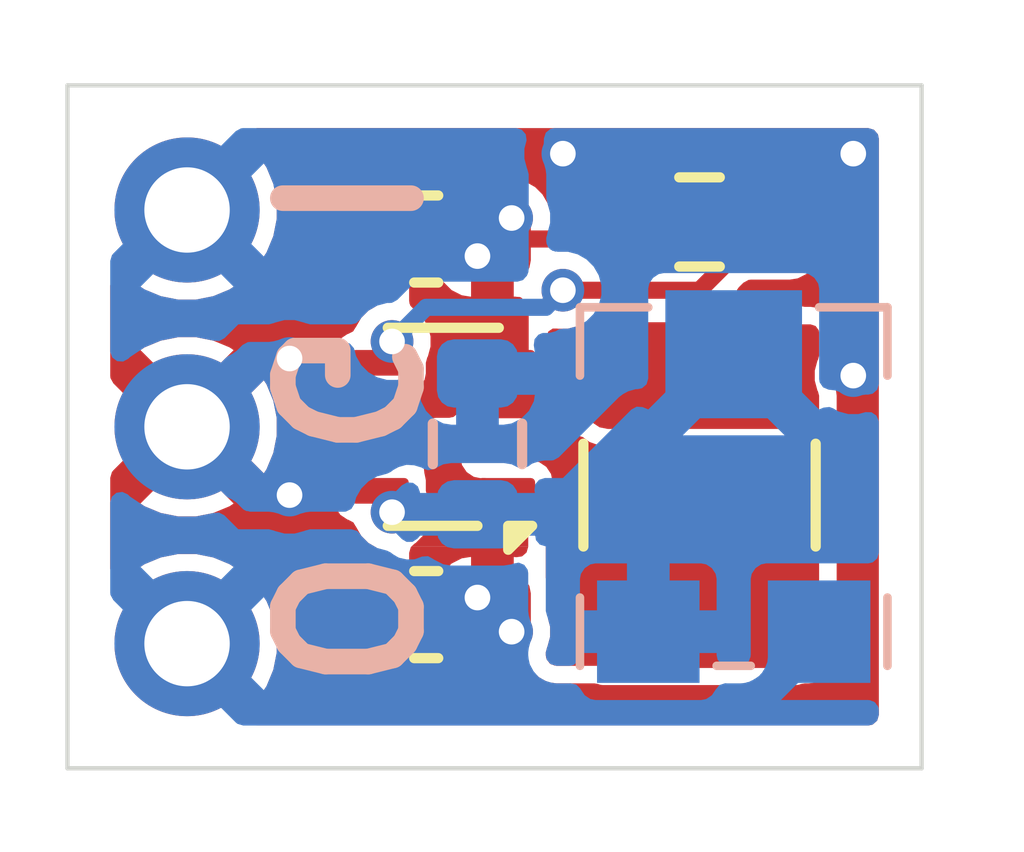
<source format=kicad_pcb>
(kicad_pcb (version 20241229) (generator "pcbnew") (generator_version "9.0")
  (layers (0 "F.Cu" signal) (2 "B.Cu" signal) (13 "F.Paste" user) (15 "B.Paste" user) (5 "F.SilkS" user "F.Silkscreen") (7 "B.SilkS" user "B.Silkscreen") (1 "F.Mask" user) (3 "B.Mask" user) (25 "Edge.Cuts" user))
  (net 0 "")
  (net 1 "GND")
  (net 2 "Vin")
  (net 3 "Vout")
  (net 4 "EN")
  (net 5 "FB")
  (net 6 "Net-(U1-LX2)")
  (net 7 "Net-(U1-LX1)")
  (footprint "Capacitor_SMD:C_0603_1608Metric" (layer "F.Cu") (at 102.8 102.2 180)
    (property "Reference" "C2" (hide yes))
    (property "Value" "22u" (hide yes))
    (fp_line (start -0.14058 0.51) (end 0.14058 0.51) (stroke (width 0.12)) (layer "F.SilkS"))
    (fp_line (start -0.14058 -0.51) (end 0.14058 -0.51) (stroke (width 0.12)) (layer "F.SilkS"))
    (pad "1" smd roundrect (at -0.775 0 180) (size 0.9 0.95) (layers "F.Cu" "F.Mask" "F.Paste") (net 3 "Vout"))
    (pad "2" smd roundrect (at 0.775 0 180) (size 0.9 0.95) (layers "F.Cu" "F.Mask" "F.Paste") (net 1 "GND"))
  )
  (footprint "Inductor_SMD:L_1210_3225Metric" (layer "F.Cu") (at 106 100.8 -90)
    (property "Reference" "L1" (hide yes))
    (property "Value" "1u" (hide yes))
    (fp_line (start -0.602064 1.36) (end 0.602064 1.36) (stroke (width 0.12)) (layer "F.SilkS"))
    (fp_line (start -0.602064 -1.36) (end 0.602064 -1.36) (stroke (width 0.12)) (layer "F.SilkS"))
    (pad "1" smd roundrect (at -1.4 0 270) (size 1.25 2.65) (layers "F.Cu" "F.Mask" "F.Paste") (roundrect_rratio 0.2) (net 7 "Net-(U1-LX1)"))
    (pad "2" smd roundrect (at 1.4 0 270) (size 1.25 2.65) (layers "F.Cu" "F.Mask" "F.Paste") (roundrect_rratio 0.2) (net 6 "Net-(U1-LX2)"))
  )
  (footprint "Resistor_SMD:R_0603_1608Metric" (layer "F.Cu") (at 106 97.6)
    (property "Reference" "R1" (hide yes))
    (property "Value" "10k" (hide yes))
    (fp_line (start -0.237258 -0.5225) (end 0.237258 -0.5225) (stroke (width 0.12)) (layer "F.SilkS"))
    (fp_line (start -0.237258 0.5225) (end 0.237258 0.5225) (stroke (width 0.12)) (layer "F.SilkS"))
    (pad "1" smd roundrect (at -0.825 0) (size 0.8 0.95) (layers "F.Cu" "F.Mask" "F.Paste") (net 2 "Vin"))
    (pad "2" smd roundrect (at 0.825 0) (size 0.8 0.95) (layers "F.Cu" "F.Mask" "F.Paste") (net 4 "EN"))
  )
  (footprint "Package_TO_SOT_SMD:SOT-583-8" (layer "F.Cu") (at 103 100 180)
    (property "Reference" "U1" (hide yes))
    (property "Value" "TPS631000" (hide yes))
    (fp_line (start 0.65 1.16) (end -0.65 1.16) (stroke (width 0.12)) (layer "F.SilkS"))
    (fp_line (start 0.65 -1.16) (end -0.4 -1.16) (stroke (width 0.12)) (layer "F.SilkS"))
    (fp_poly (pts (xy -0.76 -1.16) (xy -1.04 -1.16) (xy -0.76 -1.44) (xy -0.76 -1.16)) (stroke (width 0.12)) (fill yes) (layer "F.SilkS"))
    (pad "1" smd roundrect (at -0.74 -0.75 180) (size 0.67 0.3) (layers "F.Cu" "F.Mask" "F.Paste") (roundrect_rratio 0.1666666667) (net 3 "Vout"))
    (pad "2" smd roundrect (at -0.74 -0.25 180) (size 0.67 0.3) (layers "F.Cu" "F.Mask" "F.Paste") (roundrect_rratio 0.1666666667) (net 6 "Net-(U1-LX2)"))
    (pad "3" smd roundrect (at -0.74 0.25 180) (size 0.67 0.3) (layers "F.Cu" "F.Mask" "F.Paste") (roundrect_rratio 0.1666666667) (net 7 "Net-(U1-LX1)"))
    (pad "4" smd roundrect (at -0.74 0.75 180) (size 0.67 0.3) (layers "F.Cu" "F.Mask" "F.Paste") (roundrect_rratio 0.1666666667) (net 2 "Vin"))
    (pad "5" smd roundrect (at 0.74 0.75 180) (size 0.67 0.3) (layers "F.Cu" "F.Mask" "F.Paste") (roundrect_rratio 0.1666666667) (net 4 "EN"))
    (pad "6" smd roundrect (at 0.74 0.25 180) (size 0.67 0.3) (layers "F.Cu" "F.Mask" "F.Paste") (roundrect_rratio 0.1666666667) (net 2 "Vin"))
    (pad "7" smd roundrect (at 0.74 -0.25 180) (size 0.67 0.3) (layers "F.Cu" "F.Mask" "F.Paste") (roundrect_rratio 0.1666666667) (net 1 "GND"))
    (pad "8" smd roundrect (at 0.74 -0.75 180) (size 0.67 0.3) (layers "F.Cu" "F.Mask" "F.Paste") (roundrect_rratio 0.1666666667) (net 5 "FB"))
  )
  (footprint "Capacitor_SMD:C_0603_1608Metric" (layer "F.Cu") (at 102.8 97.8 180)
    (property "Reference" "C1" (hide yes))
    (property "Value" "22u" (hide yes))
    (fp_line (start -0.14058 0.51) (end 0.14058 0.51) (stroke (width 0.12)) (layer "F.SilkS"))
    (fp_line (start -0.14058 -0.51) (end 0.14058 -0.51) (stroke (width 0.12)) (layer "F.SilkS"))
    (pad "1" smd roundrect (at -0.775 0 180) (size 0.9 0.95) (layers "F.Cu" "F.Mask" "F.Paste") (net 2 "Vin"))
    (pad "2" smd roundrect (at 0.775 0 180) (size 0.9 0.95) (layers "F.Cu" "F.Mask" "F.Paste") (net 1 "GND"))
  )
  (footprint "Connector_PinHeader_2.54mm:PinHeader_1x03_P2.54mm_Vertical" (layer "B.Cu") (at 100 97.46 180)
    (property "Reference" "J1" (hide yes))
    (property "Value" "POW" (hide yes))
    (pad "1" thru_hole circle (at 0 0 180) (size 1.7 1.7) (drill 1) (layers "*.Cu" "*.Mask") (net 2 "Vin"))
    (pad "2" thru_hole circle (at 0 -2.54 180) (size 1.7 1.7) (drill 1) (layers "*.Cu" "*.Mask") (net 1 "GND"))
    (pad "3" thru_hole circle (at 0 -5.08 180) (size 1.7 1.7) (drill 1) (layers "*.Cu" "*.Mask") (net 3 "Vout"))
  )
  (footprint "Resistor_SMD:R_0603_1608Metric" (layer "B.Cu") (at 103.4 100.2 90)
    (property "Reference" "R2" (hide yes))
    (property "Value" "1k" (hide yes))
    (fp_line (start -0.237258 -0.5225) (end 0.237258 -0.5225) (stroke (width 0.12)) (layer "B.SilkS"))
    (fp_line (start -0.237258 0.5225) (end 0.237258 0.5225) (stroke (width 0.12)) (layer "B.SilkS"))
    (pad "1" smd roundrect (at -0.825 0 90) (size 0.8 0.95) (layers "B.Cu" "B.Mask" "B.Paste") (net 5 "FB"))
    (pad "2" smd roundrect (at 0.825 0 90) (size 0.8 0.95) (layers "B.Cu" "B.Mask" "B.Paste") (net 1 "GND"))
  )
  (footprint "Library:TSR-C3305" (layer "B.Cu") (at 106.4 100.6 180)
    (property "Reference" "RV1" (hide yes))
    (property "Value" "10k" (hide yes))
    (fp_line (start 1.8 2) (end 1.8 1.2) (stroke (width 0.1)) (layer "B.SilkS"))
    (fp_line (start 1.8 -2.2) (end 1.8 -1.4) (stroke (width 0.1)) (layer "B.SilkS"))
    (fp_line (start 1 2) (end 1.8 2) (stroke (width 0.1)) (layer "B.SilkS"))
    (fp_line (start -0.2 -2.2) (end 0.2 -2.2) (stroke (width 0.1)) (layer "B.SilkS"))
    (fp_line (start -1 2) (end -1.8 2) (stroke (width 0.1)) (layer "B.SilkS"))
    (fp_line (start -1.8 2) (end -1.8 1.2) (stroke (width 0.1)) (layer "B.SilkS"))
    (fp_line (start -1.8 -2.2) (end -1.8 -1.4) (stroke (width 0.1)) (layer "B.SilkS"))
    (pad "1" smd rect (at -1 -1.8 180) (size 1.2 1.2) (layers "B.Cu" "B.Mask" "B.Paste") (net 3 "Vout"))
    (pad "2" smd rect (at 0 1.45 180) (size 1.6 1.5) (layers "B.Cu" "B.Mask" "B.Paste") (net 5 "FB"))
    (pad "3" smd rect (at 1 -1.8 180) (size 1.2 1.2) (layers "B.Cu" "B.Mask" "B.Paste") (net 5 "FB"))
  )
  (gr_line (start 98.6 96) (end 98.6 104) (stroke (width 0.05)) (layer "Edge.Cuts"))
  (gr_line (start 108.6 104) (end 108.6 96) (stroke (width 0.05)) (layer "Edge.Cuts"))
  (gr_line (start 108.6 96) (end 98.6 96) (stroke (width 0.05)) (layer "Edge.Cuts"))
  (gr_line (start 98.6 104) (end 108.6 104) (stroke (width 0.05)) (layer "Edge.Cuts"))
  (gr_text "O G I" (at 101.8 100 270) (layer "B.SilkS") (effects (font (size 1.5 1.5) (thickness 0.3) (bold yes)) (justify mirror)))
  (via (at 104.4 96.8) (size 0.5) (drill 0.3) (layers "F.Cu" "B.Cu") (net 1))
  (via (at 101.2 99.2) (size 0.5) (drill 0.3) (layers "F.Cu" "B.Cu") (net 1))
  (via (at 107.8 96.8) (size 0.5) (drill 0.3) (layers "F.Cu" "B.Cu") (net 1))
  (via (at 101.2 100.8) (size 0.5) (drill 0.3) (layers "F.Cu" "B.Cu") (net 1))
  (via (at 107.8 99.4) (size 0.5) (drill 0.3) (layers "F.Cu" "B.Cu") (net 1))
  (segment (start 103.575 97.8) (end 104.975 97.8) (width 0.2) (layer "F.Cu") (net 2))
  (segment (start 104.975 97.8) (end 105.175 97.6) (width 0.2) (layer "F.Cu") (net 2))
  (via (at 103.4 98) (size 0.5) (drill 0.3) (layers "F.Cu" "B.Cu") (net 2))
  (via (at 103.8 97.554031) (size 0.5) (drill 0.3) (layers "F.Cu" "B.Cu") (net 2))
  (via (at 103.8 102.4) (size 0.5) (drill 0.3) (layers "F.Cu" "B.Cu") (net 3))
  (via (at 103.4 102) (size 0.5) (drill 0.3) (layers "F.Cu" "B.Cu") (net 3))
  (segment (start 107.4 102.4) (end 106.6 103.2) (width 0.2) (layer "B.Cu") (net 3))
  (segment (start 106.825 97.6) (end 106.8 97.6) (width 0.2) (layer "F.Cu") (net 4))
  (segment (start 102.4 99) (end 102.26 99.14) (width 0.2) (layer "F.Cu") (net 4))
  (segment (start 106.8 97.6) (end 106 98.4) (width 0.2) (layer "F.Cu") (net 4))
  (segment (start 102.26 99.14) (end 102.26 99.25) (width 0.2) (layer "F.Cu") (net 4))
  (segment (start 106 98.4) (end 104.4 98.4) (width 0.2) (layer "F.Cu") (net 4))
  (via (at 102.4 99) (size 0.5) (drill 0.3) (layers "F.Cu" "B.Cu") (net 4))
  (via (at 104.4 98.4) (size 0.5) (drill 0.3) (layers "F.Cu" "B.Cu") (net 4))
  (segment (start 102.4 99) (end 102.8 98.6) (width 0.2) (layer "B.Cu") (net 4))
  (segment (start 104.2 98.6) (end 104.4 98.4) (width 0.2) (layer "B.Cu") (net 4))
  (segment (start 102.8 98.6) (end 104.2 98.6) (width 0.2) (layer "B.Cu") (net 4))
  (segment (start 102.26 100.86) (end 102.4 101) (width 0.2) (layer "F.Cu") (net 5))
  (segment (start 102.26 100.75) (end 102.26 100.86) (width 0.2) (layer "F.Cu") (net 5))
  (via (at 102.4 101) (size 0.5) (drill 0.3) (layers "F.Cu" "B.Cu") (net 5))
  (zone (net 7) (net_name "Net-(U1-LX1)") (layer "F.Cu") (priority 3) (connect_pads yes (clearance 0.2)) (min_thickness 0.2) (fill yes (thermal_gap 0.2) (thermal_bridge_width 0.5))
    (polygon (pts (xy 107.4 98.8) (xy 107.4 99.9) (xy 103.4 99.9) (xy 103.4 99.4) (xy 104.2 99.4) (xy 104.2 98.8)))
  )
  (zone (net 2) (net_name "Vin") (layer "F.Cu") (priority 2) (connect_pads yes (clearance 0.2)) (min_thickness 0.25) (fill yes (thermal_gap 0.2) (thermal_bridge_width 0.5))
    (polygon (pts (xy 102.4 99.6) (xy 102.6 99.6) (xy 102.6 98.6) (xy 104 98.6) (xy 104 99.9) (xy 102.4 99.9)))
  )
  (zone (net 3) (net_name "Vout") (layer "F.Cu") (priority 1) (connect_pads (clearance 0.2)) (min_thickness 0.25) (fill yes (thermal_gap 0.2) (thermal_bridge_width 0.5))
    (polygon (pts (xy 102.6 101.4) (xy 104 101.4) (xy 104 102.6) (xy 102.6 102.6)))
  )
  (zone (net 6) (net_name "Net-(U1-LX2)") (layer "F.Cu") (priority 3) (connect_pads yes (clearance 0.2)) (min_thickness 0.25) (fill yes (thermal_gap 0.2) (thermal_bridge_width 0.5))
    (polygon (pts (xy 107.4 102.8) (xy 107.4 100.1) (xy 103.4 100.1) (xy 103.4 100.6) (xy 104.2 100.6) (xy 104.2 102.8)))
  )
  (zone (net 2) (net_name "Vin") (layer "F.Cu") (priority 1) (connect_pads (clearance 0.2)) (min_thickness 0.25) (fill yes (thermal_gap 0.2) (thermal_bridge_width 0.5))
    (polygon (pts (xy 102.6 98.6) (xy 104 98.6) (xy 104 97.4) (xy 102.6 97.4)))
  )
  (zone (net 3) (net_name "Vout") (layer "F.Cu") (priority 2) (connect_pads yes (clearance 0.2)) (min_thickness 0.25) (fill yes (thermal_gap 0.2) (thermal_bridge_width 0.5))
    (polygon (pts (xy 102.6 100.1) (xy 104 100.1) (xy 104 101.4) (xy 102.6 101.4)))
  )
  (zone (net 1) (net_name "GND") (layer "F.Cu") (priority 1) (connect_pads yes (clearance 0.2)) (min_thickness 0.25) (fill yes (thermal_gap 0.2) (thermal_bridge_width 0.5) (island_removal_mode 1) (island_area_min 10))
    (polygon (pts (xy 101.6 99.8) (xy 102.6 99.8) (xy 102.6 100.6) (xy 101.6 100.6)))
  )
  (zone (net 1) (net_name "GND") (layers "F.Cu" "B.Cu") (connect_pads (clearance 0.2)) (min_thickness 0.25) (fill yes (thermal_gap 0.2) (thermal_bridge_width 0.5))
    (polygon (pts (xy 97.81 95) (xy 97.81 105) (xy 109.81 105) (xy 109.81 95)))
  )
  (zone (net 5) (net_name "FB") (layer "B.Cu") (priority 2) (connect_pads (clearance 0.2)) (min_thickness 0.25) (fill yes (thermal_gap 0.2) (thermal_bridge_width 0.5) (island_removal_mode 1) (island_area_min 10))
    (polygon (pts (xy 102.2 101) (xy 102.6 100.6) (xy 104.4 100.6) (xy 105.6 99.4) (xy 108.2 99.4) (xy 108.2 102.8) (xy 104.2 102.8) (xy 104.2 101.4) (xy 102.6 101.4)))
  )
  (zone (net 2) (net_name "Vin") (layer "B.Cu") (priority 1) (connect_pads (clearance 0.2)) (min_thickness 0.25) (fill yes (thermal_gap 0.2) (thermal_bridge_width 0.5))
    (polygon (pts (xy 98.6 100.8) (xy 100.6 98.8) (xy 104 98.8) (xy 104 95.6) (xy 98.6 95.6)))
  )
  (zone (net 3) (net_name "Vout") (layer "B.Cu") (priority 1) (connect_pads (clearance 0.2)) (min_thickness 0.25) (fill yes (thermal_gap 0.2) (thermal_bridge_width 0.5))
    (polygon (pts (xy 98.6 99.2) (xy 100.6 101.2) (xy 108.4 101.2) (xy 108.4 104.4) (xy 98.6 104.4)))
  )
)
</source>
